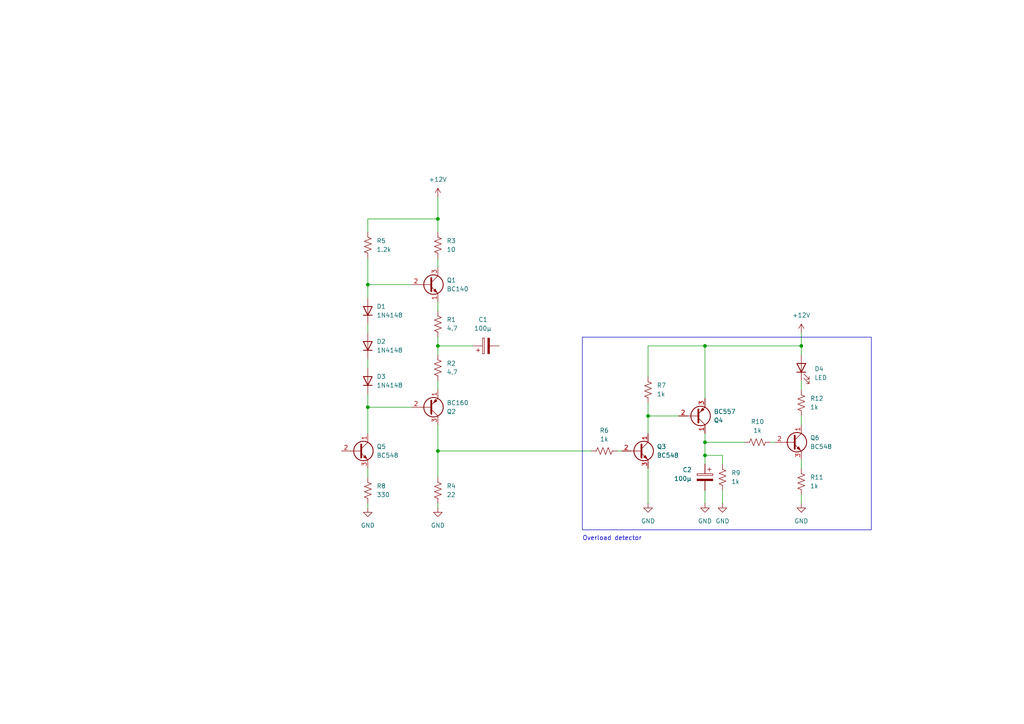
<source format=kicad_sch>
(kicad_sch (version 20250114) (generator "eeschema") (generator_version "9.0")
  (paper "A4")
  (title_block (title "Headphone Amplifier") (rev "1") (company "QuBi"))
  (lib_symbols
    (symbol "Device:C_Polarized" (pin_numbers (hide yes)) (pin_names (offset 0.254))
      (property "Reference" "C" (at 0.635 2.54 0))
      (property "Value" "C_Polarized" (at 0.635 -2.54 0))
      (symbol "C_Polarized_0_1"
        (rectangle (start -2.286 0.508) (end 2.286 1.016))
        (polyline (pts (xy -1.778 2.286) (xy -0.762 2.286)))
        (polyline (pts (xy -1.27 2.794) (xy -1.27 1.778)))
        (rectangle (start 2.286 -0.508) (end -2.286 -1.016) (fill (type outline)))
      )
      (symbol "C_Polarized_1_1"
        (pin passive line (at 0 3.81 270) (length 2.794) (name "~") (number "1"))
        (pin passive line (at 0 -3.81 90) (length 2.794) (name "~") (number "2"))
      )
    )
    (symbol "Device:LED" (pin_numbers (hide yes)) (pin_names (offset 1.016) (hide yes))
      (property "Reference" "D" (at 0 2.54 0))
      (property "Value" "LED" (at 0 -2.54 0))
      (symbol "LED_0_1"
        (polyline (pts (xy -3.048 -0.762) (xy -4.572 -2.286) (xy -3.81 -2.286) (xy -4.572 -2.286) (xy -4.572 -1.524)))
        (polyline (pts (xy -1.778 -0.762) (xy -3.302 -2.286) (xy -2.54 -2.286) (xy -3.302 -2.286) (xy -3.302 -1.524)))
        (polyline (pts (xy -1.27 0) (xy 1.27 0)))
        (polyline (pts (xy -1.27 -1.27) (xy -1.27 1.27)) (stroke (width 0.254)))
        (polyline (pts (xy 1.27 -1.27) (xy 1.27 1.27) (xy -1.27 0) (xy 1.27 -1.27)) (stroke (width 0.254)))
      )
      (symbol "LED_1_1"
        (pin passive line (at -3.81 0 0) (length 2.54) (name "K") (number "1"))
        (pin passive line (at 3.81 0 180) (length 2.54) (name "A") (number "2"))
      )
    )
    (symbol "Device:R_US" (pin_numbers (hide yes)) (pin_names (offset 0))
      (property "Reference" "R" (at 2.54 0 90))
      (property "Value" "R_US" (at -2.54 0 90))
      (symbol "R_US_0_1"
        (polyline (pts (xy 0 2.286) (xy 0 2.54)))
        (polyline (pts (xy 0 2.286) (xy 1.016 1.905) (xy 0 1.524) (xy -1.016 1.143) (xy 0 0.762)))
        (polyline (pts (xy 0 0.762) (xy 1.016 0.381) (xy 0 0) (xy -1.016 -0.381) (xy 0 -0.762)))
        (polyline (pts (xy 0 -0.762) (xy 1.016 -1.143) (xy 0 -1.524) (xy -1.016 -1.905) (xy 0 -2.286)))
        (polyline (pts (xy 0 -2.286) (xy 0 -2.54)))
      )
      (symbol "R_US_1_1"
        (pin passive line (at 0 3.81 270) (length 1.27) (name "~") (number "1"))
        (pin passive line (at 0 -3.81 90) (length 1.27) (name "~") (number "2"))
      )
    )
    (symbol "Diode:1N4148" (pin_numbers (hide yes)) (pin_names (hide yes))
      (property "Reference" "D" (at 0 2.54 0))
      (property "Value" "1N4148" (at 0 -2.54 0))
      (symbol "1N4148_0_1"
        (polyline (pts (xy -1.27 1.27) (xy -1.27 -1.27)) (stroke (width 0.254)))
        (polyline (pts (xy 1.27 1.27) (xy 1.27 -1.27) (xy -1.27 0) (xy 1.27 1.27)) (stroke (width 0.254)))
        (polyline (pts (xy 1.27 0) (xy -1.27 0)))
      )
      (symbol "1N4148_1_1"
        (pin passive line (at -3.81 0 0) (length 2.54) (name "K") (number "1"))
        (pin passive line (at 3.81 0 180) (length 2.54) (name "A") (number "2"))
      )
    )
    (symbol "Transistor_BJT:BC140" (pin_names (offset 0) (hide yes))
      (property "Reference" "Q" (at 5.08 1.905 0))
      (property "Value" "BC140" (at 5.08 0 0))
      (symbol "BC140_0_1"
        (polyline (pts (xy -2.54 0) (xy 0.635 0)))
        (polyline (pts (xy 0.635 1.905) (xy 0.635 -1.905)) (stroke (width 0.508)))
        (circle (center 1.27 0) (radius 2.8194) (stroke (width 0.254)))
      )
      (symbol "BC140_1_1"
        (polyline (pts (xy 0.635 0.635) (xy 2.54 2.54)))
        (polyline (pts (xy 0.635 -0.635) (xy 2.54 -2.54)))
        (polyline (pts (xy 1.27 -1.778) (xy 1.778 -1.27) (xy 2.286 -2.286) (xy 1.27 -1.778)) (fill (type outline)))
        (pin input line (at -5.08 0 0) (length 2.54) (name "B") (number "2"))
        (pin passive line (at 2.54 5.08 270) (length 2.54) (name "C") (number "3"))
        (pin passive line (at 2.54 -5.08 90) (length 2.54) (name "E") (number "1"))
      )
    )
    (symbol "Transistor_BJT:BC160" (pin_names (offset 0) (hide yes))
      (property "Reference" "Q" (at 5.08 1.905 0))
      (property "Value" "BC160" (at 5.08 0 0))
      (symbol "BC160_0_1"
        (polyline (pts (xy -2.54 0) (xy 0.635 0)))
        (polyline (pts (xy 0.635 1.905) (xy 0.635 -1.905)) (stroke (width 0.508)))
        (polyline (pts (xy 0.635 0.635) (xy 2.54 2.54)))
        (polyline (pts (xy 0.635 -0.635) (xy 2.54 -2.54)))
        (circle (center 1.27 0) (radius 2.8194) (stroke (width 0.254)))
        (polyline (pts (xy 2.286 -1.778) (xy 1.778 -2.286) (xy 1.27 -1.27) (xy 2.286 -1.778)) (fill (type outline)))
      )
      (symbol "BC160_1_1"
        (pin input line (at -5.08 0 0) (length 2.54) (name "B") (number "2"))
        (pin passive line (at 2.54 5.08 270) (length 2.54) (name "C") (number "3"))
        (pin passive line (at 2.54 -5.08 90) (length 2.54) (name "E") (number "1"))
      )
    )
    (symbol "Transistor_BJT:BC548" (pin_names (offset 0) (hide yes))
      (property "Reference" "Q" (at 5.08 1.905 0))
      (property "Value" "BC548" (at 5.08 0 0))
      (symbol "BC548_0_1"
        (polyline (pts (xy -2.54 0) (xy 0.635 0)))
        (polyline (pts (xy 0.635 1.905) (xy 0.635 -1.905)) (stroke (width 0.508)))
        (circle (center 1.27 0) (radius 2.8194) (stroke (width 0.254)))
      )
      (symbol "BC548_1_1"
        (polyline (pts (xy 0.635 0.635) (xy 2.54 2.54)))
        (polyline (pts (xy 0.635 -0.635) (xy 2.54 -2.54)))
        (polyline (pts (xy 1.27 -1.778) (xy 1.778 -1.27) (xy 2.286 -2.286) (xy 1.27 -1.778)) (fill (type outline)))
        (pin input line (at -5.08 0 0) (length 2.54) (name "B") (number "2"))
        (pin passive line (at 2.54 5.08 270) (length 2.54) (name "C") (number "1"))
        (pin passive line (at 2.54 -5.08 90) (length 2.54) (name "E") (number "3"))
      )
    )
    (symbol "Transistor_BJT:BC557" (pin_names (offset 0) (hide yes))
      (property "Reference" "Q" (at 5.08 1.905 0))
      (property "Value" "BC557" (at 5.08 0 0))
      (symbol "BC557_0_1"
        (polyline (pts (xy -2.54 0) (xy 0.635 0)))
        (polyline (pts (xy 0.635 1.905) (xy 0.635 -1.905)) (stroke (width 0.508)))
        (polyline (pts (xy 0.635 0.635) (xy 2.54 2.54)))
        (polyline (pts (xy 0.635 -0.635) (xy 2.54 -2.54)))
        (circle (center 1.27 0) (radius 2.8194) (stroke (width 0.254)))
        (polyline (pts (xy 2.286 -1.778) (xy 1.778 -2.286) (xy 1.27 -1.27) (xy 2.286 -1.778)) (fill (type outline)))
      )
      (symbol "BC557_1_1"
        (pin input line (at -5.08 0 0) (length 2.54) (name "B") (number "2"))
        (pin passive line (at 2.54 5.08 270) (length 2.54) (name "C") (number "1"))
        (pin passive line (at 2.54 -5.08 90) (length 2.54) (name "E") (number "3"))
      )
    )
    (symbol "power:+12V" (power) (pin_numbers (hide yes)) (pin_names (offset 0) (hide yes))
      (property "Value" "+12V" (at 0 3.556 0))
      (symbol "+12V_0_1"
        (polyline (pts (xy -0.762 1.27) (xy 0 2.54)))
        (polyline (pts (xy 0 2.54) (xy 0.762 1.27)))
        (polyline (pts (xy 0 0) (xy 0 2.54)))
      )
      (symbol "+12V_1_1"
        (pin power_in line (at 0 0 90) (length 0) (name "~") (number "1"))
      )
    )
    (symbol "power:GND" (power) (pin_numbers (hide yes)) (pin_names (offset 0) (hide yes))
      (property "Value" "GND" (at 0 -3.81 0))
      (symbol "GND_0_1"
        (polyline (pts (xy 0 0) (xy 0 -1.27) (xy 1.27 -1.27) (xy 0 -2.54) (xy -1.27 -1.27) (xy 0 -1.27)))
      )
      (symbol "GND_1_1"
        (pin power_in line (at 0 0 270) (length 0) (name "~") (number "1"))
      )
    )
  )
  (rectangle (start 168.91 97.79) (end 252.73 153.67))
  (text "Overload detector" (at 177.546 156.21 0) (effects (font (size 1.27 1.27))))
  (junction (at 127 130.81))
  (junction (at 204.47 132.08))
  (junction (at 204.47 100.33))
  (junction (at 204.47 128.27))
  (junction (at 106.68 82.55))
  (junction (at 127 100.33))
  (junction (at 232.41 100.33))
  (junction (at 127 63.5))
  (junction (at 106.68 118.11))
  (junction (at 187.96 120.65))
  (wire (pts (xy 232.41 133.35) (xy 232.41 135.89)))
  (wire (pts (xy 179.07 130.81) (xy 180.34 130.81)))
  (wire (pts (xy 204.47 142.24) (xy 204.47 146.05)))
  (wire (pts (xy 106.68 114.3) (xy 106.68 118.11)))
  (wire (pts (xy 204.47 128.27) (xy 215.9 128.27)))
  (wire (pts (xy 106.68 104.14) (xy 106.68 106.68)))
  (wire (pts (xy 204.47 132.08) (xy 209.55 132.08)))
  (wire (pts (xy 204.47 125.73) (xy 204.47 128.27)))
  (wire (pts (xy 204.47 100.33) (xy 204.47 115.57)))
  (wire (pts (xy 106.68 74.93) (xy 106.68 82.55)))
  (wire (pts (xy 127 123.19) (xy 127 130.81)))
  (wire (pts (xy 232.41 123.19) (xy 232.41 120.65)))
  (wire (pts (xy 187.96 100.33) (xy 204.47 100.33)))
  (wire (pts (xy 127 146.05) (xy 127 147.32)))
  (wire (pts (xy 204.47 128.27) (xy 204.47 132.08)))
  (wire (pts (xy 187.96 120.65) (xy 187.96 125.73)))
  (wire (pts (xy 232.41 96.52) (xy 232.41 100.33)))
  (wire (pts (xy 127 63.5) (xy 127 67.31)))
  (wire (pts (xy 127 100.33) (xy 137.16 100.33)))
  (wire (pts (xy 209.55 142.24) (xy 209.55 146.05)))
  (wire (pts (xy 232.41 143.51) (xy 232.41 146.05)))
  (wire (pts (xy 204.47 132.08) (xy 204.47 134.62)))
  (wire (pts (xy 127 100.33) (xy 127 102.87)))
  (wire (pts (xy 106.68 135.89) (xy 106.68 138.43)))
  (wire (pts (xy 106.68 63.5) (xy 127 63.5)))
  (wire (pts (xy 171.45 130.81) (xy 127 130.81)))
  (wire (pts (xy 187.96 120.65) (xy 196.85 120.65)))
  (wire (pts (xy 223.52 128.27) (xy 224.79 128.27)))
  (wire (pts (xy 187.96 135.89) (xy 187.96 146.05)))
  (wire (pts (xy 204.47 100.33) (xy 232.41 100.33)))
  (wire (pts (xy 127 87.63) (xy 127 90.17)))
  (wire (pts (xy 127 57.15) (xy 127 63.5)))
  (wire (pts (xy 127 97.79) (xy 127 100.33)))
  (wire (pts (xy 106.68 67.31) (xy 106.68 63.5)))
  (wire (pts (xy 106.68 118.11) (xy 106.68 125.73)))
  (wire (pts (xy 232.41 110.49) (xy 232.41 113.03)))
  (wire (pts (xy 187.96 100.33) (xy 187.96 109.22)))
  (wire (pts (xy 127 110.49) (xy 127 113.03)))
  (wire (pts (xy 209.55 134.62) (xy 209.55 132.08)))
  (wire (pts (xy 106.68 86.36) (xy 106.68 82.55)))
  (wire (pts (xy 106.68 93.98) (xy 106.68 96.52)))
  (wire (pts (xy 106.68 146.05) (xy 106.68 147.32)))
  (wire (pts (xy 106.68 82.55) (xy 119.38 82.55)))
  (wire (pts (xy 187.96 116.84) (xy 187.96 120.65)))
  (wire (pts (xy 127 130.81) (xy 127 138.43)))
  (wire (pts (xy 127 74.93) (xy 127 77.47)))
  (wire (pts (xy 106.68 118.11) (xy 119.38 118.11)))
  (wire (pts (xy 232.41 100.33) (xy 232.41 102.87)))
  (symbol (lib_id "Diode:1N4148") (at 106.68 100.33 90) (unit 1)
    (property "Reference" "D2" (at 109.22 99.0599 90) (effects (justify right)))
    (property "Value" "1N4148" (at 109.22 101.5999 90) (effects (justify right)))
    (property "Footprint" "Diode_THT:D_DO-35_SOD27_P7.62mm_Horizontal" (effects (hide yes)))
    (property "Datasheet" "https://assets.nexperia.com/documents/data-sheet/1N4148_1N4448.pdf" (effects (hide yes)))
    (property "Description" "100V 0.15A standard switching diode, DO-35" (effects (hide yes)))
    (property "Sim.Device" "D" (effects (hide yes)))
    (property "Sim.Pins" "1=K 2=A" (effects (hide yes)))
  )
  (symbol (lib_id "Transistor_BJT:BC548") (at 185.42 130.81 0) (unit 1)
    (property "Reference" "Q3" (at 190.5 129.5399 0) (effects (justify left)))
    (property "Value" "BC548" (at 190.5 132.0799 0) (effects (justify left)))
    (property "Footprint" "Package_TO_SOT_THT:TO-92L_Inline_Wide" (effects (hide yes)))
    (property "Datasheet" "https://www.onsemi.com/pub/Collateral/BC550-D.pdf" (effects (hide yes)))
    (property "Description" "0.1A Ic, 30V Vce, Small Signal NPN Transistor, TO-92" (effects (hide yes)))
  )
  (symbol (lib_id "Device:C_Polarized") (at 204.47 138.43 0) (mirror y) (unit 1)
    (property "Reference" "C2" (at 200.66 136.2709 0) (effects (justify left)))
    (property "Value" "100µ" (at 200.66 138.8109 0) (effects (justify left)))
    (property "Footprint" "Capacitor_THT:CP_Radial_D10.0mm_P5.00mm" (effects (hide yes)))
    (property "Description" "Polarized capacitor" (effects (hide yes)))
  )
  (symbol (lib_id "Device:R_US") (at 127 71.12 0) (unit 1)
    (property "Reference" "R3" (at 129.54 69.8499 0) (effects (justify left)))
    (property "Value" "10" (at 129.54 72.3899 0) (effects (justify left)))
    (property "Footprint" "Resistor_THT:R_Axial_DIN0207_L6.3mm_D2.5mm_P10.16mm_Horizontal" (effects (hide yes)))
    (property "Description" "Resistor, US symbol" (effects (hide yes)))
  )
  (symbol (lib_id "power:GND") (at 127 147.32 0) (unit 1)
    (property "Reference" "#PWR02" (effects (hide yes)))
    (property "Value" "GND" (at 127 152.4 0))
    (property "Description" "Power symbol creates a global label with name \"GND\" , ground" (effects (hide yes)))
  )
  (symbol (lib_id "Device:R_US") (at 127 106.68 0) (unit 1)
    (property "Reference" "R2" (at 129.54 105.4099 0) (effects (justify left)))
    (property "Value" "4.7" (at 129.54 107.9499 0) (effects (justify left)))
    (property "Footprint" "Resistor_THT:R_Axial_DIN0207_L6.3mm_D2.5mm_P10.16mm_Horizontal" (effects (hide yes)))
    (property "Description" "Resistor, US symbol" (effects (hide yes)))
  )
  (symbol (lib_id "Device:R_US") (at 232.41 116.84 0) (unit 1)
    (property "Reference" "R12" (at 234.95 115.5699 0) (effects (justify left)))
    (property "Value" "1k" (at 234.95 118.1099 0) (effects (justify left)))
    (property "Footprint" "Resistor_THT:R_Axial_DIN0207_L6.3mm_D2.5mm_P10.16mm_Horizontal" (effects (hide yes)))
    (property "Description" "Resistor, US symbol" (effects (hide yes)))
  )
  (symbol (lib_id "power:+12V") (at 127 57.15 0) (unit 1)
    (property "Reference" "#PWR01" (effects (hide yes)))
    (property "Value" "+12V" (at 127 52.07 0))
    (property "Description" "Power symbol creates a global label with name \"+12V\"" (effects (hide yes)))
  )
  (symbol (lib_id "power:GND") (at 106.68 147.32 0) (unit 1)
    (property "Reference" "#PWR05" (effects (hide yes)))
    (property "Value" "GND" (at 106.68 152.4 0))
    (property "Description" "Power symbol creates a global label with name \"GND\" , ground" (effects (hide yes)))
  )
  (symbol (lib_id "Transistor_BJT:BC548") (at 229.87 128.27 0) (unit 1)
    (property "Reference" "Q6" (at 234.95 126.9999 0) (effects (justify left)))
    (property "Value" "BC548" (at 234.95 129.5399 0) (effects (justify left)))
    (property "Footprint" "Package_TO_SOT_THT:TO-92L_Inline_Wide" (effects (hide yes)))
    (property "Datasheet" "https://www.onsemi.com/pub/Collateral/BC550-D.pdf" (effects (hide yes)))
    (property "Description" "0.1A Ic, 30V Vce, Small Signal NPN Transistor, TO-92" (effects (hide yes)))
  )
  (symbol (lib_id "Diode:1N4148") (at 106.68 90.17 90) (unit 1)
    (property "Reference" "D1" (at 109.22 88.8999 90) (effects (justify right)))
    (property "Value" "1N4148" (at 109.22 91.4399 90) (effects (justify right)))
    (property "Footprint" "Diode_THT:D_DO-35_SOD27_P7.62mm_Horizontal" (effects (hide yes)))
    (property "Datasheet" "https://assets.nexperia.com/documents/data-sheet/1N4148_1N4448.pdf" (effects (hide yes)))
    (property "Description" "100V 0.15A standard switching diode, DO-35" (effects (hide yes)))
    (property "Sim.Device" "D" (effects (hide yes)))
    (property "Sim.Pins" "1=K 2=A" (effects (hide yes)))
  )
  (symbol (lib_id "Device:LED") (at 232.41 106.68 90) (unit 1)
    (property "Reference" "D4" (at 236.22 106.9974 90) (effects (justify right)))
    (property "Value" "LED" (at 236.22 109.5374 90) (effects (justify right)))
    (property "Footprint" "LED_THT:LED_D3.0mm" (effects (hide yes)))
    (property "Description" "Light emitting diode" (effects (hide yes)))
    (property "Sim.Pins" "1=K 2=A" (effects (hide yes)))
  )
  (symbol (lib_id "Device:C_Polarized") (at 140.97 100.33 90) (unit 1)
    (property "Reference" "C1" (at 140.081 92.71 90))
    (property "Value" "100µ" (at 140.081 95.25 90))
    (property "Footprint" "Capacitor_THT:CP_Radial_D10.0mm_P5.00mm" (effects (hide yes)))
    (property "Description" "Polarized capacitor" (effects (hide yes)))
  )
  (symbol (lib_id "Device:R_US") (at 209.55 138.43 0) (unit 1)
    (property "Reference" "R9" (at 212.09 137.1599 0) (effects (justify left)))
    (property "Value" "1k" (at 212.09 139.6999 0) (effects (justify left)))
    (property "Footprint" "Resistor_THT:R_Axial_DIN0207_L6.3mm_D2.5mm_P10.16mm_Horizontal" (effects (hide yes)))
    (property "Description" "Resistor, US symbol" (effects (hide yes)))
  )
  (symbol (lib_id "Transistor_BJT:BC160") (at 124.46 118.11 0) (mirror x) (unit 1)
    (property "Reference" "Q2" (at 129.54 119.3801 0) (effects (justify left)))
    (property "Value" "BC160" (at 129.54 116.8401 0) (effects (justify left)))
    (property "Footprint" "Package_TO_SOT_THT:TO-39-3" (effects (hide yes)))
    (property "Datasheet" "http://www.farnell.com/datasheets/1697389.pdf" (effects (hide yes)))
    (property "Description" "1A Ic, 40V Vce, Power PNP Transistor, TO-39" (effects (hide yes)))
  )
  (symbol (lib_id "Device:R_US") (at 106.68 71.12 0) (unit 1)
    (property "Reference" "R5" (at 109.22 69.8499 0) (effects (justify left)))
    (property "Value" "1.2k" (at 109.22 72.3899 0) (effects (justify left)))
    (property "Footprint" "Resistor_THT:R_Axial_DIN0207_L6.3mm_D2.5mm_P10.16mm_Horizontal" (effects (hide yes)))
    (property "Description" "Resistor, US symbol" (effects (hide yes)))
  )
  (symbol (lib_id "Device:R_US") (at 219.71 128.27 90) (unit 1)
    (property "Reference" "R10" (at 219.71 122.3108 90))
    (property "Value" "1k" (at 219.71 124.8508 90))
    (property "Footprint" "Resistor_THT:R_Axial_DIN0207_L6.3mm_D2.5mm_P10.16mm_Horizontal" (effects (hide yes)))
    (property "Description" "Resistor, US symbol" (effects (hide yes)))
  )
  (symbol (lib_id "power:+12V") (at 232.41 96.52 0) (unit 1)
    (property "Reference" "#PWR04" (effects (hide yes)))
    (property "Value" "+12V" (at 232.41 91.44 0))
    (property "Description" "Power symbol creates a global label with name \"+12V\"" (effects (hide yes)))
  )
  (symbol (lib_id "Transistor_BJT:BC140") (at 124.46 82.55 0) (unit 1)
    (property "Reference" "Q1" (at 129.54 81.2799 0) (effects (justify left)))
    (property "Value" "BC140" (at 129.54 83.8199 0) (effects (justify left)))
    (property "Footprint" "Package_TO_SOT_THT:TO-39-3" (effects (hide yes)))
    (property "Datasheet" "http://www.farnell.com/datasheets/296634.pdf" (effects (hide yes)))
    (property "Description" "1A Ic, 40V Vce, NPN Transistor, TO-39" (effects (hide yes)))
  )
  (symbol (lib_id "Device:R_US") (at 127 93.98 0) (unit 1)
    (property "Reference" "R1" (at 129.54 92.7099 0) (effects (justify left)))
    (property "Value" "4.7" (at 129.54 95.2499 0) (effects (justify left)))
    (property "Footprint" "Resistor_THT:R_Axial_DIN0207_L6.3mm_D2.5mm_P10.16mm_Horizontal" (effects (hide yes)))
    (property "Description" "Resistor, US symbol" (effects (hide yes)))
  )
  (symbol (lib_id "Transistor_BJT:BC548") (at 104.14 130.81 0) (unit 1)
    (property "Reference" "Q5" (at 109.22 129.5399 0) (effects (justify left)))
    (property "Value" "BC548" (at 109.22 132.0799 0) (effects (justify left)))
    (property "Footprint" "Package_TO_SOT_THT:TO-92L_Inline_Wide" (effects (hide yes)))
    (property "Datasheet" "https://www.onsemi.com/pub/Collateral/BC550-D.pdf" (effects (hide yes)))
    (property "Description" "0.1A Ic, 30V Vce, Small Signal NPN Transistor, TO-92" (effects (hide yes)))
  )
  (symbol (lib_id "Device:R_US") (at 232.41 139.7 0) (unit 1)
    (property "Reference" "R11" (at 234.95 138.4299 0) (effects (justify left)))
    (property "Value" "1k" (at 234.95 140.9699 0) (effects (justify left)))
    (property "Footprint" "Resistor_THT:R_Axial_DIN0207_L6.3mm_D2.5mm_P10.16mm_Horizontal" (effects (hide yes)))
    (property "Description" "Resistor, US symbol" (effects (hide yes)))
  )
  (symbol (lib_id "Device:R_US") (at 127 142.24 0) (unit 1)
    (property "Reference" "R4" (at 129.54 140.9699 0) (effects (justify left)))
    (property "Value" "22" (at 129.54 143.5099 0) (effects (justify left)))
    (property "Footprint" "Resistor_THT:R_Axial_DIN0207_L6.3mm_D2.5mm_P10.16mm_Horizontal" (effects (hide yes)))
    (property "Description" "Resistor, US symbol" (effects (hide yes)))
  )
  (symbol (lib_id "Transistor_BJT:BC557") (at 201.93 120.65 0) (mirror x) (unit 1)
    (property "Reference" "Q4" (at 207.01 121.9201 0) (effects (justify left)))
    (property "Value" "BC557" (at 207.01 119.3801 0) (effects (justify left)))
    (property "Footprint" "Package_TO_SOT_THT:TO-92L_Inline_Wide" (effects (hide yes)))
    (property "Datasheet" "https://www.onsemi.com/pub/Collateral/BC556BTA-D.pdf" (effects (hide yes)))
    (property "Description" "0.1A Ic, 45V Vce, PNP Small Signal Transistor, TO-92" (effects (hide yes)))
  )
  (symbol (lib_id "Device:R_US") (at 106.68 142.24 0) (unit 1)
    (property "Reference" "R8" (at 109.22 140.9699 0) (effects (justify left)))
    (property "Value" "330" (at 109.22 143.5099 0) (effects (justify left)))
    (property "Footprint" "Resistor_THT:R_Axial_DIN0207_L6.3mm_D2.5mm_P10.16mm_Horizontal" (effects (hide yes)))
    (property "Description" "Resistor, US symbol" (effects (hide yes)))
  )
  (symbol (lib_id "power:GND") (at 204.47 146.05 0) (unit 1)
    (property "Reference" "#PWR06" (effects (hide yes)))
    (property "Value" "GND" (at 204.47 151.13 0))
    (property "Description" "Power symbol creates a global label with name \"GND\" , ground" (effects (hide yes)))
  )
  (symbol (lib_id "Device:R_US") (at 175.26 130.81 90) (unit 1)
    (property "Reference" "R6" (at 175.26 124.8508 90))
    (property "Value" "1k" (at 175.26 127.3908 90))
    (property "Footprint" "Resistor_THT:R_Axial_DIN0207_L6.3mm_D2.5mm_P10.16mm_Horizontal" (effects (hide yes)))
    (property "Description" "Resistor, US symbol" (effects (hide yes)))
  )
  (symbol (lib_id "Diode:1N4148") (at 106.68 110.49 90) (unit 1)
    (property "Reference" "D3" (at 109.22 109.2199 90) (effects (justify right)))
    (property "Value" "1N4148" (at 109.22 111.7599 90) (effects (justify right)))
    (property "Footprint" "Diode_THT:D_DO-35_SOD27_P7.62mm_Horizontal" (effects (hide yes)))
    (property "Datasheet" "https://assets.nexperia.com/documents/data-sheet/1N4148_1N4448.pdf" (effects (hide yes)))
    (property "Description" "100V 0.15A standard switching diode, DO-35" (effects (hide yes)))
    (property "Sim.Device" "D" (effects (hide yes)))
    (property "Sim.Pins" "1=K 2=A" (effects (hide yes)))
  )
  (symbol (lib_id "Device:R_US") (at 187.96 113.03 0) (unit 1)
    (property "Reference" "R7" (at 190.5 111.7599 0) (effects (justify left)))
    (property "Value" "1k" (at 190.5 114.2999 0) (effects (justify left)))
    (property "Footprint" "Resistor_THT:R_Axial_DIN0207_L6.3mm_D2.5mm_P10.16mm_Horizontal" (effects (hide yes)))
    (property "Description" "Resistor, US symbol" (effects (hide yes)))
  )
  (symbol (lib_id "power:GND") (at 232.41 146.05 0) (unit 1)
    (property "Reference" "#PWR07" (effects (hide yes)))
    (property "Value" "GND" (at 232.41 151.13 0))
    (property "Description" "Power symbol creates a global label with name \"GND\" , ground" (effects (hide yes)))
  )
  (symbol (lib_id "power:GND") (at 187.96 146.05 0) (unit 1)
    (property "Reference" "#PWR03" (effects (hide yes)))
    (property "Value" "GND" (at 187.96 151.13 0))
    (property "Description" "Power symbol creates a global label with name \"GND\" , ground" (effects (hide yes)))
  )
  (symbol (lib_id "power:GND") (at 209.55 146.05 0) (unit 1)
    (property "Reference" "#PWR08" (effects (hide yes)))
    (property "Value" "GND" (at 209.55 151.13 0))
    (property "Description" "Power symbol creates a global label with name \"GND\" , ground" (effects (hide yes)))
  )
)
</source>
